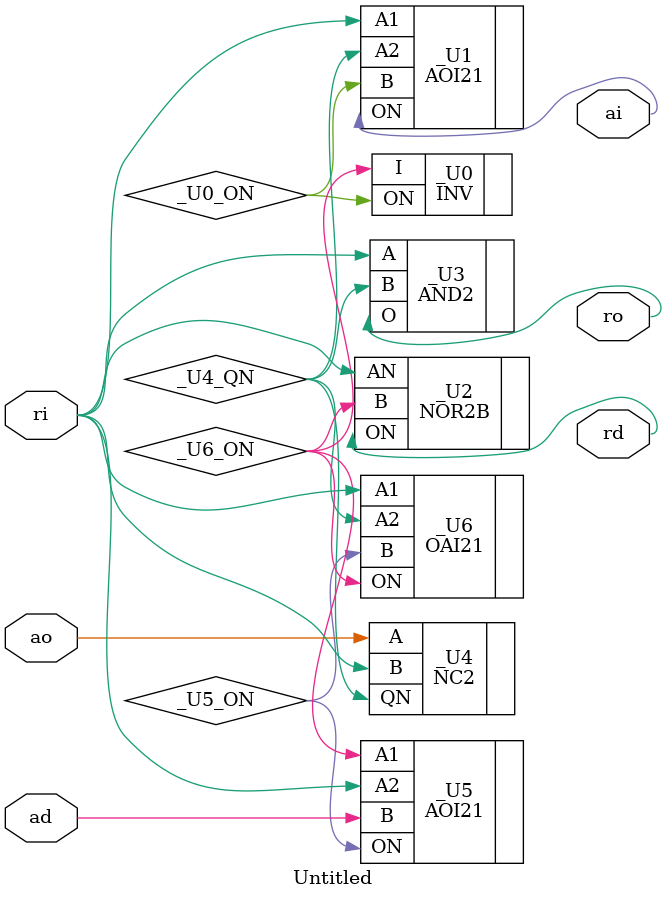
<source format=v>
module Untitled (ad, ao, ri, ai, rd, ro);
    input ad, ao, ri;
    output ai, rd, ro;

    // This inverter should have a short delay
    INV _U0 (.ON(_U0_ON), .I(_U6_ON));
    AOI21 _U1 (.ON(ai), .A1(ri), .A2(_U4_QN), .B(_U0_ON));
    NOR2B _U2 (.ON(rd), .AN(ri), .B(_U6_ON));
    AND2 _U3 (.O(ro), .A(ri), .B(_U4_QN));
    NC2 _U4 (.QN(_U4_QN), .A(ao), .B(ri));
    AOI21 _U5 (.ON(_U5_ON), .A1(_U6_ON), .A2(ri), .B(ad));
    OAI21 _U6 (.ON(_U6_ON), .A1(ri), .A2(_U4_QN), .B(_U5_ON));

    // signal values at the initial state:
    // _U0_ON !ai !rd !ro _U4_QN _U5_ON !_U6_ON !ad !ao !ri
endmodule

</source>
